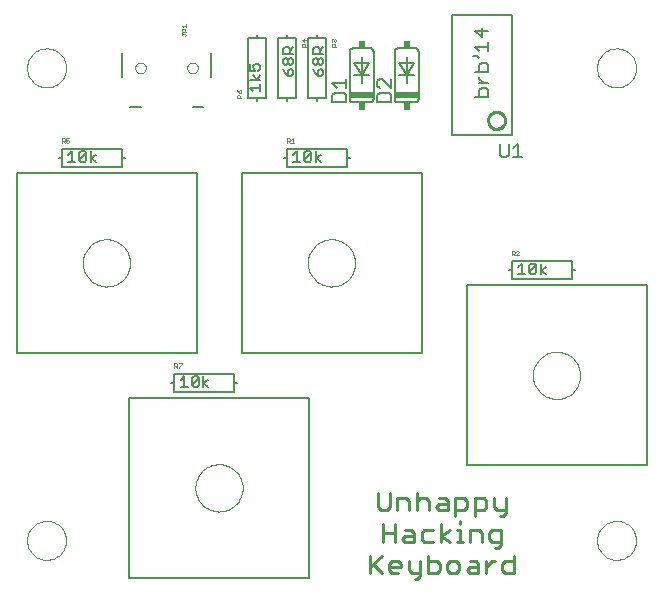
<source format=gto>
G75*
G70*
%OFA0B0*%
%FSLAX24Y24*%
%IPPOS*%
%LPD*%
%AMOC8*
5,1,8,0,0,1.08239X$1,22.5*
%
%ADD10C,0.0110*%
%ADD11C,0.0060*%
%ADD12C,0.0050*%
%ADD13C,0.0000*%
%ADD14C,0.0080*%
%ADD15C,0.0100*%
%ADD16C,0.0010*%
%ADD17R,0.0800X0.0200*%
%ADD18R,0.0200X0.0250*%
D10*
X012961Y001085D02*
X012961Y001676D01*
X013059Y001380D02*
X013354Y001085D01*
X013605Y001183D02*
X013605Y001380D01*
X013703Y001479D01*
X013900Y001479D01*
X013999Y001380D01*
X013999Y001282D01*
X013605Y001282D01*
X013605Y001183D02*
X013703Y001085D01*
X013900Y001085D01*
X014250Y001183D02*
X014250Y001479D01*
X014250Y001183D02*
X014348Y001085D01*
X014643Y001085D01*
X014643Y000987D02*
X014545Y000888D01*
X014446Y000888D01*
X014643Y000987D02*
X014643Y001479D01*
X014894Y001479D02*
X015189Y001479D01*
X015288Y001380D01*
X015288Y001183D01*
X015189Y001085D01*
X014894Y001085D01*
X014894Y001676D01*
X014778Y002135D02*
X015073Y002135D01*
X015324Y002135D02*
X015324Y002726D01*
X015073Y002529D02*
X014778Y002529D01*
X014679Y002430D01*
X014679Y002233D01*
X014778Y002135D01*
X014428Y002135D02*
X014428Y002430D01*
X014330Y002529D01*
X014133Y002529D01*
X014133Y002332D02*
X014428Y002332D01*
X014428Y002135D02*
X014133Y002135D01*
X014035Y002233D01*
X014133Y002332D01*
X013784Y002430D02*
X013390Y002430D01*
X013390Y002135D02*
X013390Y002726D01*
X013784Y002726D02*
X013784Y002135D01*
X013354Y001676D02*
X012961Y001282D01*
X013327Y003185D02*
X013524Y003185D01*
X013623Y003283D01*
X013623Y003776D01*
X013874Y003579D02*
X014169Y003579D01*
X014267Y003480D01*
X014267Y003185D01*
X014518Y003185D02*
X014518Y003776D01*
X014617Y003579D02*
X014813Y003579D01*
X014912Y003480D01*
X014912Y003185D01*
X015163Y003283D02*
X015261Y003382D01*
X015556Y003382D01*
X015556Y003480D02*
X015556Y003185D01*
X015261Y003185D01*
X015163Y003283D01*
X015261Y003579D02*
X015458Y003579D01*
X015556Y003480D01*
X015807Y003579D02*
X016103Y003579D01*
X016201Y003480D01*
X016201Y003283D01*
X016103Y003185D01*
X015807Y003185D01*
X015807Y002988D02*
X015807Y003579D01*
X016452Y003579D02*
X016452Y002988D01*
X016452Y003185D02*
X016747Y003185D01*
X016845Y003283D01*
X016845Y003480D01*
X016747Y003579D01*
X016452Y003579D01*
X017096Y003579D02*
X017096Y003283D01*
X017195Y003185D01*
X017490Y003185D01*
X017490Y003087D02*
X017392Y002988D01*
X017293Y002988D01*
X017490Y003087D02*
X017490Y003579D01*
X017329Y002529D02*
X017034Y002529D01*
X016935Y002430D01*
X016935Y002233D01*
X017034Y002135D01*
X017329Y002135D01*
X017329Y002037D02*
X017329Y002529D01*
X017329Y002037D02*
X017230Y001938D01*
X017132Y001938D01*
X017123Y001479D02*
X017025Y001479D01*
X016828Y001282D01*
X016828Y001085D02*
X016828Y001479D01*
X016577Y001380D02*
X016577Y001085D01*
X016282Y001085D01*
X016183Y001183D01*
X016282Y001282D01*
X016577Y001282D01*
X016577Y001380D02*
X016479Y001479D01*
X016282Y001479D01*
X015932Y001380D02*
X015932Y001183D01*
X015834Y001085D01*
X015637Y001085D01*
X015539Y001183D01*
X015539Y001380D01*
X015637Y001479D01*
X015834Y001479D01*
X015932Y001380D01*
X015959Y002135D02*
X015959Y002529D01*
X015861Y002529D01*
X015959Y002726D02*
X015959Y002824D01*
X016291Y002529D02*
X016586Y002529D01*
X016684Y002430D01*
X016684Y002135D01*
X016291Y002135D02*
X016291Y002529D01*
X016058Y002135D02*
X015861Y002135D01*
X015619Y002135D02*
X015324Y002332D01*
X015619Y002529D01*
X014617Y003579D02*
X014518Y003480D01*
X013874Y003579D02*
X013874Y003185D01*
X013327Y003185D02*
X013229Y003283D01*
X013229Y003776D01*
X017365Y001380D02*
X017365Y001183D01*
X017463Y001085D01*
X017759Y001085D01*
X017759Y001676D01*
X017759Y001479D02*
X017463Y001479D01*
X017365Y001380D01*
D11*
X007567Y007310D02*
X007397Y007423D01*
X007567Y007537D01*
X007397Y007650D02*
X007397Y007310D01*
X007255Y007367D02*
X007198Y007310D01*
X007085Y007310D01*
X007028Y007367D01*
X007255Y007594D01*
X007255Y007367D01*
X007255Y007594D02*
X007198Y007650D01*
X007085Y007650D01*
X007028Y007594D01*
X007028Y007367D01*
X006887Y007310D02*
X006660Y007310D01*
X006773Y007310D02*
X006773Y007650D01*
X006660Y007537D01*
X003817Y014810D02*
X003647Y014923D01*
X003817Y015037D01*
X003647Y015150D02*
X003647Y014810D01*
X003505Y014867D02*
X003448Y014810D01*
X003335Y014810D01*
X003278Y014867D01*
X003505Y015094D01*
X003505Y014867D01*
X003505Y015094D02*
X003448Y015150D01*
X003335Y015150D01*
X003278Y015094D01*
X003278Y014867D01*
X003137Y014810D02*
X002910Y014810D01*
X003023Y014810D02*
X003023Y015150D01*
X002910Y015037D01*
X008960Y017273D02*
X009073Y017160D01*
X008960Y017273D02*
X009300Y017273D01*
X009300Y017160D02*
X009300Y017387D01*
X009300Y017528D02*
X008960Y017528D01*
X009073Y017698D02*
X009187Y017528D01*
X009300Y017698D01*
X009243Y017835D02*
X009300Y017892D01*
X009300Y018005D01*
X009243Y018062D01*
X009130Y018062D01*
X009073Y018005D01*
X009073Y017949D01*
X009130Y017835D01*
X008960Y017835D01*
X008960Y018062D01*
X010060Y018080D02*
X010116Y018023D01*
X010173Y018023D01*
X010230Y018080D01*
X010230Y018194D01*
X010287Y018250D01*
X010343Y018250D01*
X010400Y018194D01*
X010400Y018080D01*
X010343Y018023D01*
X010287Y018023D01*
X010230Y018080D01*
X010230Y018194D02*
X010173Y018250D01*
X010116Y018250D01*
X010060Y018194D01*
X010060Y018080D01*
X010060Y017882D02*
X010116Y017768D01*
X010230Y017655D01*
X010230Y017825D01*
X010287Y017882D01*
X010343Y017882D01*
X010400Y017825D01*
X010400Y017712D01*
X010343Y017655D01*
X010230Y017655D01*
X010287Y018392D02*
X010287Y018562D01*
X010230Y018619D01*
X010116Y018619D01*
X010060Y018562D01*
X010060Y018392D01*
X010400Y018392D01*
X010287Y018505D02*
X010400Y018619D01*
X011060Y018562D02*
X011060Y018392D01*
X011400Y018392D01*
X011287Y018392D02*
X011287Y018562D01*
X011230Y018619D01*
X011116Y018619D01*
X011060Y018562D01*
X011287Y018505D02*
X011400Y018619D01*
X011343Y018250D02*
X011400Y018194D01*
X011400Y018080D01*
X011343Y018023D01*
X011287Y018023D01*
X011230Y018080D01*
X011230Y018194D01*
X011287Y018250D01*
X011343Y018250D01*
X011230Y018194D02*
X011173Y018250D01*
X011116Y018250D01*
X011060Y018194D01*
X011060Y018080D01*
X011116Y018023D01*
X011173Y018023D01*
X011230Y018080D01*
X011287Y017882D02*
X011230Y017825D01*
X011230Y017655D01*
X011343Y017655D01*
X011400Y017712D01*
X011400Y017825D01*
X011343Y017882D01*
X011287Y017882D01*
X011116Y017768D02*
X011230Y017655D01*
X011116Y017768D02*
X011060Y017882D01*
X012280Y018480D02*
X012280Y016880D01*
X012282Y016863D01*
X012286Y016846D01*
X012293Y016830D01*
X012303Y016816D01*
X012316Y016803D01*
X012330Y016793D01*
X012346Y016786D01*
X012363Y016782D01*
X012380Y016780D01*
X012980Y016780D01*
X012997Y016782D01*
X013014Y016786D01*
X013030Y016793D01*
X013044Y016803D01*
X013057Y016816D01*
X013067Y016830D01*
X013074Y016846D01*
X013078Y016863D01*
X013080Y016880D01*
X013080Y018480D01*
X013078Y018497D01*
X013074Y018514D01*
X013067Y018530D01*
X013057Y018544D01*
X013044Y018557D01*
X013030Y018567D01*
X013014Y018574D01*
X012997Y018578D01*
X012980Y018580D01*
X012380Y018580D01*
X012363Y018578D01*
X012346Y018574D01*
X012330Y018567D01*
X012316Y018557D01*
X012303Y018544D01*
X012293Y018530D01*
X012286Y018514D01*
X012282Y018497D01*
X012280Y018480D01*
X012430Y018080D02*
X012680Y017680D01*
X012930Y017680D01*
X012680Y017680D02*
X012680Y017430D01*
X012680Y017680D02*
X012430Y017680D01*
X012680Y017680D02*
X012680Y018280D01*
X012430Y018080D02*
X012930Y018080D01*
X012680Y017680D01*
X013780Y016880D02*
X013780Y018480D01*
X013782Y018497D01*
X013786Y018514D01*
X013793Y018530D01*
X013803Y018544D01*
X013816Y018557D01*
X013830Y018567D01*
X013846Y018574D01*
X013863Y018578D01*
X013880Y018580D01*
X014480Y018580D01*
X014497Y018578D01*
X014514Y018574D01*
X014530Y018567D01*
X014544Y018557D01*
X014557Y018544D01*
X014567Y018530D01*
X014574Y018514D01*
X014578Y018497D01*
X014580Y018480D01*
X014580Y016880D01*
X014578Y016863D01*
X014574Y016846D01*
X014567Y016830D01*
X014557Y016816D01*
X014544Y016803D01*
X014530Y016793D01*
X014514Y016786D01*
X014497Y016782D01*
X014480Y016780D01*
X013880Y016780D01*
X013863Y016782D01*
X013846Y016786D01*
X013830Y016793D01*
X013816Y016803D01*
X013803Y016816D01*
X013793Y016830D01*
X013786Y016846D01*
X013782Y016863D01*
X013780Y016880D01*
X014180Y017430D02*
X014180Y017680D01*
X014430Y017680D01*
X014180Y017680D02*
X013930Y017680D01*
X014180Y017680D02*
X013930Y018080D01*
X014430Y018080D01*
X014180Y017680D01*
X014180Y018280D01*
X016386Y018338D02*
X016533Y018338D01*
X016606Y018264D01*
X016680Y018098D02*
X016606Y018024D01*
X016606Y017804D01*
X016460Y017804D02*
X016900Y017804D01*
X016900Y018024D01*
X016827Y018098D01*
X016680Y018098D01*
X016606Y018495D02*
X016460Y018641D01*
X016900Y018641D01*
X016900Y018495D02*
X016900Y018788D01*
X016680Y018955D02*
X016680Y019249D01*
X016900Y019175D02*
X016460Y019175D01*
X016680Y018955D01*
X016606Y017641D02*
X016606Y017567D01*
X016753Y017420D01*
X016900Y017420D02*
X016606Y017420D01*
X016680Y017254D02*
X016606Y017180D01*
X016606Y016960D01*
X016460Y016960D02*
X016900Y016960D01*
X016900Y017180D01*
X016827Y017254D01*
X016680Y017254D01*
X011317Y015037D02*
X011147Y014923D01*
X011317Y014810D01*
X011147Y014810D02*
X011147Y015150D01*
X011005Y015094D02*
X010778Y014867D01*
X010835Y014810D01*
X010948Y014810D01*
X011005Y014867D01*
X011005Y015094D01*
X010948Y015150D01*
X010835Y015150D01*
X010778Y015094D01*
X010778Y014867D01*
X010637Y014810D02*
X010410Y014810D01*
X010523Y014810D02*
X010523Y015150D01*
X010410Y015037D01*
X017910Y011287D02*
X018023Y011400D01*
X018023Y011060D01*
X017910Y011060D02*
X018137Y011060D01*
X018278Y011117D02*
X018505Y011344D01*
X018505Y011117D01*
X018448Y011060D01*
X018335Y011060D01*
X018278Y011117D01*
X018278Y011344D01*
X018335Y011400D01*
X018448Y011400D01*
X018505Y011344D01*
X018647Y011400D02*
X018647Y011060D01*
X018647Y011173D02*
X018817Y011287D01*
X018647Y011173D02*
X018817Y011060D01*
D12*
X016180Y010680D02*
X016180Y004680D01*
X022180Y004680D01*
X022180Y010680D01*
X016180Y010680D01*
X014680Y008430D02*
X008680Y008430D01*
X008680Y014430D01*
X014680Y014430D01*
X014680Y008430D01*
X010930Y006930D02*
X010930Y000930D01*
X004930Y000930D01*
X004930Y006930D01*
X010930Y006930D01*
X007180Y008430D02*
X001180Y008430D01*
X001180Y014430D01*
X007180Y014430D01*
X007180Y008430D01*
X011705Y016805D02*
X011705Y017030D01*
X011780Y017105D01*
X012080Y017105D01*
X012155Y017030D01*
X012155Y016805D01*
X011705Y016805D01*
X011855Y017265D02*
X011705Y017416D01*
X012155Y017416D01*
X012155Y017566D02*
X012155Y017265D01*
X013205Y017340D02*
X013280Y017265D01*
X013205Y017340D02*
X013205Y017491D01*
X013280Y017566D01*
X013355Y017566D01*
X013655Y017265D01*
X013655Y017566D01*
X013580Y017105D02*
X013280Y017105D01*
X013205Y017030D01*
X013205Y016805D01*
X013655Y016805D01*
X013655Y017030D01*
X013580Y017105D01*
X017284Y015405D02*
X017284Y015030D01*
X017359Y014955D01*
X017509Y014955D01*
X017584Y015030D01*
X017584Y015405D01*
X017745Y015255D02*
X017895Y015405D01*
X017895Y014955D01*
X017745Y014955D02*
X018045Y014955D01*
D13*
X001530Y002180D02*
X001532Y002230D01*
X001538Y002280D01*
X001548Y002330D01*
X001561Y002378D01*
X001578Y002426D01*
X001599Y002472D01*
X001623Y002516D01*
X001651Y002558D01*
X001682Y002598D01*
X001716Y002635D01*
X001753Y002670D01*
X001792Y002701D01*
X001833Y002730D01*
X001877Y002755D01*
X001923Y002777D01*
X001970Y002795D01*
X002018Y002809D01*
X002067Y002820D01*
X002117Y002827D01*
X002167Y002830D01*
X002218Y002829D01*
X002268Y002824D01*
X002318Y002815D01*
X002366Y002803D01*
X002414Y002786D01*
X002460Y002766D01*
X002505Y002743D01*
X002548Y002716D01*
X002588Y002686D01*
X002626Y002653D01*
X002661Y002617D01*
X002694Y002578D01*
X002723Y002537D01*
X002749Y002494D01*
X002772Y002449D01*
X002791Y002402D01*
X002806Y002354D01*
X002818Y002305D01*
X002826Y002255D01*
X002830Y002205D01*
X002830Y002155D01*
X002826Y002105D01*
X002818Y002055D01*
X002806Y002006D01*
X002791Y001958D01*
X002772Y001911D01*
X002749Y001866D01*
X002723Y001823D01*
X002694Y001782D01*
X002661Y001743D01*
X002626Y001707D01*
X002588Y001674D01*
X002548Y001644D01*
X002505Y001617D01*
X002460Y001594D01*
X002414Y001574D01*
X002366Y001557D01*
X002318Y001545D01*
X002268Y001536D01*
X002218Y001531D01*
X002167Y001530D01*
X002117Y001533D01*
X002067Y001540D01*
X002018Y001551D01*
X001970Y001565D01*
X001923Y001583D01*
X001877Y001605D01*
X001833Y001630D01*
X001792Y001659D01*
X001753Y001690D01*
X001716Y001725D01*
X001682Y001762D01*
X001651Y001802D01*
X001623Y001844D01*
X001599Y001888D01*
X001578Y001934D01*
X001561Y001982D01*
X001548Y002030D01*
X001538Y002080D01*
X001532Y002130D01*
X001530Y002180D01*
X007143Y003930D02*
X007145Y003986D01*
X007151Y004041D01*
X007161Y004095D01*
X007174Y004149D01*
X007192Y004202D01*
X007213Y004253D01*
X007237Y004303D01*
X007265Y004351D01*
X007297Y004397D01*
X007331Y004441D01*
X007369Y004482D01*
X007409Y004520D01*
X007452Y004555D01*
X007497Y004587D01*
X007545Y004616D01*
X007594Y004642D01*
X007645Y004664D01*
X007697Y004682D01*
X007751Y004696D01*
X007806Y004707D01*
X007861Y004714D01*
X007916Y004717D01*
X007972Y004716D01*
X008027Y004711D01*
X008082Y004702D01*
X008136Y004690D01*
X008189Y004673D01*
X008241Y004653D01*
X008291Y004629D01*
X008339Y004602D01*
X008386Y004572D01*
X008430Y004538D01*
X008472Y004501D01*
X008510Y004461D01*
X008547Y004419D01*
X008580Y004374D01*
X008609Y004328D01*
X008636Y004279D01*
X008658Y004228D01*
X008678Y004176D01*
X008693Y004122D01*
X008705Y004068D01*
X008713Y004013D01*
X008717Y003958D01*
X008717Y003902D01*
X008713Y003847D01*
X008705Y003792D01*
X008693Y003738D01*
X008678Y003684D01*
X008658Y003632D01*
X008636Y003581D01*
X008609Y003532D01*
X008580Y003486D01*
X008547Y003441D01*
X008510Y003399D01*
X008472Y003359D01*
X008430Y003322D01*
X008386Y003288D01*
X008339Y003258D01*
X008291Y003231D01*
X008241Y003207D01*
X008189Y003187D01*
X008136Y003170D01*
X008082Y003158D01*
X008027Y003149D01*
X007972Y003144D01*
X007916Y003143D01*
X007861Y003146D01*
X007806Y003153D01*
X007751Y003164D01*
X007697Y003178D01*
X007645Y003196D01*
X007594Y003218D01*
X007545Y003244D01*
X007497Y003273D01*
X007452Y003305D01*
X007409Y003340D01*
X007369Y003378D01*
X007331Y003419D01*
X007297Y003463D01*
X007265Y003509D01*
X007237Y003557D01*
X007213Y003607D01*
X007192Y003658D01*
X007174Y003711D01*
X007161Y003765D01*
X007151Y003819D01*
X007145Y003874D01*
X007143Y003930D01*
X003393Y011430D02*
X003395Y011486D01*
X003401Y011541D01*
X003411Y011595D01*
X003424Y011649D01*
X003442Y011702D01*
X003463Y011753D01*
X003487Y011803D01*
X003515Y011851D01*
X003547Y011897D01*
X003581Y011941D01*
X003619Y011982D01*
X003659Y012020D01*
X003702Y012055D01*
X003747Y012087D01*
X003795Y012116D01*
X003844Y012142D01*
X003895Y012164D01*
X003947Y012182D01*
X004001Y012196D01*
X004056Y012207D01*
X004111Y012214D01*
X004166Y012217D01*
X004222Y012216D01*
X004277Y012211D01*
X004332Y012202D01*
X004386Y012190D01*
X004439Y012173D01*
X004491Y012153D01*
X004541Y012129D01*
X004589Y012102D01*
X004636Y012072D01*
X004680Y012038D01*
X004722Y012001D01*
X004760Y011961D01*
X004797Y011919D01*
X004830Y011874D01*
X004859Y011828D01*
X004886Y011779D01*
X004908Y011728D01*
X004928Y011676D01*
X004943Y011622D01*
X004955Y011568D01*
X004963Y011513D01*
X004967Y011458D01*
X004967Y011402D01*
X004963Y011347D01*
X004955Y011292D01*
X004943Y011238D01*
X004928Y011184D01*
X004908Y011132D01*
X004886Y011081D01*
X004859Y011032D01*
X004830Y010986D01*
X004797Y010941D01*
X004760Y010899D01*
X004722Y010859D01*
X004680Y010822D01*
X004636Y010788D01*
X004589Y010758D01*
X004541Y010731D01*
X004491Y010707D01*
X004439Y010687D01*
X004386Y010670D01*
X004332Y010658D01*
X004277Y010649D01*
X004222Y010644D01*
X004166Y010643D01*
X004111Y010646D01*
X004056Y010653D01*
X004001Y010664D01*
X003947Y010678D01*
X003895Y010696D01*
X003844Y010718D01*
X003795Y010744D01*
X003747Y010773D01*
X003702Y010805D01*
X003659Y010840D01*
X003619Y010878D01*
X003581Y010919D01*
X003547Y010963D01*
X003515Y011009D01*
X003487Y011057D01*
X003463Y011107D01*
X003442Y011158D01*
X003424Y011211D01*
X003411Y011265D01*
X003401Y011319D01*
X003395Y011374D01*
X003393Y011430D01*
X001530Y017930D02*
X001532Y017980D01*
X001538Y018030D01*
X001548Y018080D01*
X001561Y018128D01*
X001578Y018176D01*
X001599Y018222D01*
X001623Y018266D01*
X001651Y018308D01*
X001682Y018348D01*
X001716Y018385D01*
X001753Y018420D01*
X001792Y018451D01*
X001833Y018480D01*
X001877Y018505D01*
X001923Y018527D01*
X001970Y018545D01*
X002018Y018559D01*
X002067Y018570D01*
X002117Y018577D01*
X002167Y018580D01*
X002218Y018579D01*
X002268Y018574D01*
X002318Y018565D01*
X002366Y018553D01*
X002414Y018536D01*
X002460Y018516D01*
X002505Y018493D01*
X002548Y018466D01*
X002588Y018436D01*
X002626Y018403D01*
X002661Y018367D01*
X002694Y018328D01*
X002723Y018287D01*
X002749Y018244D01*
X002772Y018199D01*
X002791Y018152D01*
X002806Y018104D01*
X002818Y018055D01*
X002826Y018005D01*
X002830Y017955D01*
X002830Y017905D01*
X002826Y017855D01*
X002818Y017805D01*
X002806Y017756D01*
X002791Y017708D01*
X002772Y017661D01*
X002749Y017616D01*
X002723Y017573D01*
X002694Y017532D01*
X002661Y017493D01*
X002626Y017457D01*
X002588Y017424D01*
X002548Y017394D01*
X002505Y017367D01*
X002460Y017344D01*
X002414Y017324D01*
X002366Y017307D01*
X002318Y017295D01*
X002268Y017286D01*
X002218Y017281D01*
X002167Y017280D01*
X002117Y017283D01*
X002067Y017290D01*
X002018Y017301D01*
X001970Y017315D01*
X001923Y017333D01*
X001877Y017355D01*
X001833Y017380D01*
X001792Y017409D01*
X001753Y017440D01*
X001716Y017475D01*
X001682Y017512D01*
X001651Y017552D01*
X001623Y017594D01*
X001599Y017638D01*
X001578Y017684D01*
X001561Y017732D01*
X001548Y017780D01*
X001538Y017830D01*
X001532Y017880D01*
X001530Y017930D01*
X005137Y017930D02*
X005139Y017956D01*
X005145Y017982D01*
X005155Y018007D01*
X005168Y018030D01*
X005184Y018050D01*
X005204Y018068D01*
X005226Y018083D01*
X005249Y018095D01*
X005275Y018103D01*
X005301Y018107D01*
X005327Y018107D01*
X005353Y018103D01*
X005379Y018095D01*
X005403Y018083D01*
X005424Y018068D01*
X005444Y018050D01*
X005460Y018030D01*
X005473Y018007D01*
X005483Y017982D01*
X005489Y017956D01*
X005491Y017930D01*
X005489Y017904D01*
X005483Y017878D01*
X005473Y017853D01*
X005460Y017830D01*
X005444Y017810D01*
X005424Y017792D01*
X005402Y017777D01*
X005379Y017765D01*
X005353Y017757D01*
X005327Y017753D01*
X005301Y017753D01*
X005275Y017757D01*
X005249Y017765D01*
X005225Y017777D01*
X005204Y017792D01*
X005184Y017810D01*
X005168Y017830D01*
X005155Y017853D01*
X005145Y017878D01*
X005139Y017904D01*
X005137Y017930D01*
X006869Y017930D02*
X006871Y017956D01*
X006877Y017982D01*
X006887Y018007D01*
X006900Y018030D01*
X006916Y018050D01*
X006936Y018068D01*
X006958Y018083D01*
X006981Y018095D01*
X007007Y018103D01*
X007033Y018107D01*
X007059Y018107D01*
X007085Y018103D01*
X007111Y018095D01*
X007135Y018083D01*
X007156Y018068D01*
X007176Y018050D01*
X007192Y018030D01*
X007205Y018007D01*
X007215Y017982D01*
X007221Y017956D01*
X007223Y017930D01*
X007221Y017904D01*
X007215Y017878D01*
X007205Y017853D01*
X007192Y017830D01*
X007176Y017810D01*
X007156Y017792D01*
X007134Y017777D01*
X007111Y017765D01*
X007085Y017757D01*
X007059Y017753D01*
X007033Y017753D01*
X007007Y017757D01*
X006981Y017765D01*
X006957Y017777D01*
X006936Y017792D01*
X006916Y017810D01*
X006900Y017830D01*
X006887Y017853D01*
X006877Y017878D01*
X006871Y017904D01*
X006869Y017930D01*
X010893Y011430D02*
X010895Y011486D01*
X010901Y011541D01*
X010911Y011595D01*
X010924Y011649D01*
X010942Y011702D01*
X010963Y011753D01*
X010987Y011803D01*
X011015Y011851D01*
X011047Y011897D01*
X011081Y011941D01*
X011119Y011982D01*
X011159Y012020D01*
X011202Y012055D01*
X011247Y012087D01*
X011295Y012116D01*
X011344Y012142D01*
X011395Y012164D01*
X011447Y012182D01*
X011501Y012196D01*
X011556Y012207D01*
X011611Y012214D01*
X011666Y012217D01*
X011722Y012216D01*
X011777Y012211D01*
X011832Y012202D01*
X011886Y012190D01*
X011939Y012173D01*
X011991Y012153D01*
X012041Y012129D01*
X012089Y012102D01*
X012136Y012072D01*
X012180Y012038D01*
X012222Y012001D01*
X012260Y011961D01*
X012297Y011919D01*
X012330Y011874D01*
X012359Y011828D01*
X012386Y011779D01*
X012408Y011728D01*
X012428Y011676D01*
X012443Y011622D01*
X012455Y011568D01*
X012463Y011513D01*
X012467Y011458D01*
X012467Y011402D01*
X012463Y011347D01*
X012455Y011292D01*
X012443Y011238D01*
X012428Y011184D01*
X012408Y011132D01*
X012386Y011081D01*
X012359Y011032D01*
X012330Y010986D01*
X012297Y010941D01*
X012260Y010899D01*
X012222Y010859D01*
X012180Y010822D01*
X012136Y010788D01*
X012089Y010758D01*
X012041Y010731D01*
X011991Y010707D01*
X011939Y010687D01*
X011886Y010670D01*
X011832Y010658D01*
X011777Y010649D01*
X011722Y010644D01*
X011666Y010643D01*
X011611Y010646D01*
X011556Y010653D01*
X011501Y010664D01*
X011447Y010678D01*
X011395Y010696D01*
X011344Y010718D01*
X011295Y010744D01*
X011247Y010773D01*
X011202Y010805D01*
X011159Y010840D01*
X011119Y010878D01*
X011081Y010919D01*
X011047Y010963D01*
X011015Y011009D01*
X010987Y011057D01*
X010963Y011107D01*
X010942Y011158D01*
X010924Y011211D01*
X010911Y011265D01*
X010901Y011319D01*
X010895Y011374D01*
X010893Y011430D01*
X018393Y007680D02*
X018395Y007736D01*
X018401Y007791D01*
X018411Y007845D01*
X018424Y007899D01*
X018442Y007952D01*
X018463Y008003D01*
X018487Y008053D01*
X018515Y008101D01*
X018547Y008147D01*
X018581Y008191D01*
X018619Y008232D01*
X018659Y008270D01*
X018702Y008305D01*
X018747Y008337D01*
X018795Y008366D01*
X018844Y008392D01*
X018895Y008414D01*
X018947Y008432D01*
X019001Y008446D01*
X019056Y008457D01*
X019111Y008464D01*
X019166Y008467D01*
X019222Y008466D01*
X019277Y008461D01*
X019332Y008452D01*
X019386Y008440D01*
X019439Y008423D01*
X019491Y008403D01*
X019541Y008379D01*
X019589Y008352D01*
X019636Y008322D01*
X019680Y008288D01*
X019722Y008251D01*
X019760Y008211D01*
X019797Y008169D01*
X019830Y008124D01*
X019859Y008078D01*
X019886Y008029D01*
X019908Y007978D01*
X019928Y007926D01*
X019943Y007872D01*
X019955Y007818D01*
X019963Y007763D01*
X019967Y007708D01*
X019967Y007652D01*
X019963Y007597D01*
X019955Y007542D01*
X019943Y007488D01*
X019928Y007434D01*
X019908Y007382D01*
X019886Y007331D01*
X019859Y007282D01*
X019830Y007236D01*
X019797Y007191D01*
X019760Y007149D01*
X019722Y007109D01*
X019680Y007072D01*
X019636Y007038D01*
X019589Y007008D01*
X019541Y006981D01*
X019491Y006957D01*
X019439Y006937D01*
X019386Y006920D01*
X019332Y006908D01*
X019277Y006899D01*
X019222Y006894D01*
X019166Y006893D01*
X019111Y006896D01*
X019056Y006903D01*
X019001Y006914D01*
X018947Y006928D01*
X018895Y006946D01*
X018844Y006968D01*
X018795Y006994D01*
X018747Y007023D01*
X018702Y007055D01*
X018659Y007090D01*
X018619Y007128D01*
X018581Y007169D01*
X018547Y007213D01*
X018515Y007259D01*
X018487Y007307D01*
X018463Y007357D01*
X018442Y007408D01*
X018424Y007461D01*
X018411Y007515D01*
X018401Y007569D01*
X018395Y007624D01*
X018393Y007680D01*
X020530Y002180D02*
X020532Y002230D01*
X020538Y002280D01*
X020548Y002330D01*
X020561Y002378D01*
X020578Y002426D01*
X020599Y002472D01*
X020623Y002516D01*
X020651Y002558D01*
X020682Y002598D01*
X020716Y002635D01*
X020753Y002670D01*
X020792Y002701D01*
X020833Y002730D01*
X020877Y002755D01*
X020923Y002777D01*
X020970Y002795D01*
X021018Y002809D01*
X021067Y002820D01*
X021117Y002827D01*
X021167Y002830D01*
X021218Y002829D01*
X021268Y002824D01*
X021318Y002815D01*
X021366Y002803D01*
X021414Y002786D01*
X021460Y002766D01*
X021505Y002743D01*
X021548Y002716D01*
X021588Y002686D01*
X021626Y002653D01*
X021661Y002617D01*
X021694Y002578D01*
X021723Y002537D01*
X021749Y002494D01*
X021772Y002449D01*
X021791Y002402D01*
X021806Y002354D01*
X021818Y002305D01*
X021826Y002255D01*
X021830Y002205D01*
X021830Y002155D01*
X021826Y002105D01*
X021818Y002055D01*
X021806Y002006D01*
X021791Y001958D01*
X021772Y001911D01*
X021749Y001866D01*
X021723Y001823D01*
X021694Y001782D01*
X021661Y001743D01*
X021626Y001707D01*
X021588Y001674D01*
X021548Y001644D01*
X021505Y001617D01*
X021460Y001594D01*
X021414Y001574D01*
X021366Y001557D01*
X021318Y001545D01*
X021268Y001536D01*
X021218Y001531D01*
X021167Y001530D01*
X021117Y001533D01*
X021067Y001540D01*
X021018Y001551D01*
X020970Y001565D01*
X020923Y001583D01*
X020877Y001605D01*
X020833Y001630D01*
X020792Y001659D01*
X020753Y001690D01*
X020716Y001725D01*
X020682Y001762D01*
X020651Y001802D01*
X020623Y001844D01*
X020599Y001888D01*
X020578Y001934D01*
X020561Y001982D01*
X020548Y002030D01*
X020538Y002080D01*
X020532Y002130D01*
X020530Y002180D01*
X020530Y017930D02*
X020532Y017980D01*
X020538Y018030D01*
X020548Y018080D01*
X020561Y018128D01*
X020578Y018176D01*
X020599Y018222D01*
X020623Y018266D01*
X020651Y018308D01*
X020682Y018348D01*
X020716Y018385D01*
X020753Y018420D01*
X020792Y018451D01*
X020833Y018480D01*
X020877Y018505D01*
X020923Y018527D01*
X020970Y018545D01*
X021018Y018559D01*
X021067Y018570D01*
X021117Y018577D01*
X021167Y018580D01*
X021218Y018579D01*
X021268Y018574D01*
X021318Y018565D01*
X021366Y018553D01*
X021414Y018536D01*
X021460Y018516D01*
X021505Y018493D01*
X021548Y018466D01*
X021588Y018436D01*
X021626Y018403D01*
X021661Y018367D01*
X021694Y018328D01*
X021723Y018287D01*
X021749Y018244D01*
X021772Y018199D01*
X021791Y018152D01*
X021806Y018104D01*
X021818Y018055D01*
X021826Y018005D01*
X021830Y017955D01*
X021830Y017905D01*
X021826Y017855D01*
X021818Y017805D01*
X021806Y017756D01*
X021791Y017708D01*
X021772Y017661D01*
X021749Y017616D01*
X021723Y017573D01*
X021694Y017532D01*
X021661Y017493D01*
X021626Y017457D01*
X021588Y017424D01*
X021548Y017394D01*
X021505Y017367D01*
X021460Y017344D01*
X021414Y017324D01*
X021366Y017307D01*
X021318Y017295D01*
X021268Y017286D01*
X021218Y017281D01*
X021167Y017280D01*
X021117Y017283D01*
X021067Y017290D01*
X021018Y017301D01*
X020970Y017315D01*
X020923Y017333D01*
X020877Y017355D01*
X020833Y017380D01*
X020792Y017409D01*
X020753Y017440D01*
X020716Y017475D01*
X020682Y017512D01*
X020651Y017552D01*
X020623Y017594D01*
X020599Y017638D01*
X020578Y017684D01*
X020561Y017732D01*
X020548Y017780D01*
X020538Y017830D01*
X020532Y017880D01*
X020530Y017930D01*
D14*
X017680Y019680D02*
X017680Y015680D01*
X017280Y015680D01*
X017080Y015680D01*
X017280Y015680D02*
X015680Y015680D01*
X015680Y019680D01*
X017680Y019680D01*
X012180Y015230D02*
X012180Y014930D01*
X012280Y014930D01*
X012180Y014930D02*
X012180Y014630D01*
X010180Y014630D01*
X010180Y014930D01*
X010080Y014930D01*
X010180Y014930D02*
X010180Y015230D01*
X012180Y015230D01*
X011480Y016930D02*
X011180Y016930D01*
X011180Y016830D01*
X011180Y016930D02*
X010880Y016930D01*
X010880Y018930D01*
X011180Y018930D01*
X011180Y019030D01*
X011180Y018930D02*
X011480Y018930D01*
X011480Y016930D01*
X010480Y016930D02*
X010180Y016930D01*
X010180Y016830D01*
X010180Y016930D02*
X009880Y016930D01*
X009880Y018930D01*
X010180Y018930D01*
X010180Y019030D01*
X010180Y018930D02*
X010480Y018930D01*
X010480Y016930D01*
X009480Y016930D02*
X009180Y016930D01*
X009180Y016830D01*
X009180Y016930D02*
X008880Y016930D01*
X008880Y018930D01*
X009180Y018930D01*
X009180Y019030D01*
X009180Y018930D02*
X009480Y018930D01*
X009480Y016930D01*
X007676Y017615D02*
X007676Y018442D01*
X007400Y016631D02*
X007046Y016631D01*
X005314Y016631D02*
X004960Y016631D01*
X004684Y017615D02*
X004684Y018442D01*
X004680Y015230D02*
X002680Y015230D01*
X002680Y014930D01*
X002580Y014930D01*
X002680Y014930D02*
X002680Y014630D01*
X004680Y014630D01*
X004680Y014930D01*
X004780Y014930D01*
X004680Y014930D02*
X004680Y015230D01*
X006430Y007730D02*
X006430Y007430D01*
X006330Y007430D01*
X006430Y007430D02*
X006430Y007130D01*
X008430Y007130D01*
X008430Y007430D01*
X008530Y007430D01*
X008430Y007430D02*
X008430Y007730D01*
X006430Y007730D01*
X017580Y011180D02*
X017680Y011180D01*
X017680Y011480D01*
X019680Y011480D01*
X019680Y011180D01*
X019780Y011180D01*
X019680Y011180D02*
X019680Y010880D01*
X017680Y010880D01*
X017680Y011180D01*
D15*
X016897Y016180D02*
X016899Y016213D01*
X016905Y016246D01*
X016915Y016279D01*
X016928Y016309D01*
X016945Y016338D01*
X016966Y016365D01*
X016989Y016389D01*
X017015Y016410D01*
X017043Y016428D01*
X017074Y016442D01*
X017105Y016453D01*
X017138Y016460D01*
X017172Y016463D01*
X017205Y016462D01*
X017238Y016457D01*
X017271Y016448D01*
X017302Y016435D01*
X017331Y016419D01*
X017358Y016400D01*
X017383Y016377D01*
X017405Y016352D01*
X017424Y016324D01*
X017439Y016294D01*
X017451Y016263D01*
X017459Y016230D01*
X017463Y016197D01*
X017463Y016163D01*
X017459Y016130D01*
X017451Y016097D01*
X017439Y016066D01*
X017424Y016036D01*
X017405Y016008D01*
X017383Y015983D01*
X017358Y015960D01*
X017331Y015941D01*
X017302Y015925D01*
X017271Y015912D01*
X017238Y015903D01*
X017205Y015898D01*
X017172Y015897D01*
X017138Y015900D01*
X017105Y015907D01*
X017074Y015918D01*
X017043Y015932D01*
X017015Y015950D01*
X016989Y015971D01*
X016966Y015995D01*
X016945Y016022D01*
X016928Y016051D01*
X016915Y016081D01*
X016905Y016114D01*
X016899Y016147D01*
X016897Y016180D01*
D16*
X017685Y011835D02*
X017760Y011835D01*
X017785Y011810D01*
X017785Y011760D01*
X017760Y011735D01*
X017685Y011735D01*
X017685Y011685D02*
X017685Y011835D01*
X017735Y011735D02*
X017785Y011685D01*
X017832Y011685D02*
X017932Y011785D01*
X017932Y011810D01*
X017907Y011835D01*
X017857Y011835D01*
X017832Y011810D01*
X017832Y011685D02*
X017932Y011685D01*
X010432Y015435D02*
X010332Y015435D01*
X010285Y015435D02*
X010235Y015485D01*
X010260Y015485D02*
X010185Y015485D01*
X010185Y015435D02*
X010185Y015585D01*
X010260Y015585D01*
X010285Y015560D01*
X010285Y015510D01*
X010260Y015485D01*
X010332Y015535D02*
X010382Y015585D01*
X010382Y015435D01*
X008675Y016935D02*
X008525Y016935D01*
X008525Y017010D01*
X008550Y017035D01*
X008600Y017035D01*
X008625Y017010D01*
X008625Y016935D01*
X008625Y016985D02*
X008675Y017035D01*
X008650Y017082D02*
X008675Y017107D01*
X008675Y017157D01*
X008650Y017182D01*
X008625Y017182D01*
X008600Y017157D01*
X008600Y017082D01*
X008650Y017082D01*
X008600Y017082D02*
X008550Y017132D01*
X008525Y017182D01*
X006810Y018993D02*
X006835Y019018D01*
X006835Y019043D01*
X006810Y019068D01*
X006685Y019068D01*
X006685Y019043D02*
X006685Y019093D01*
X006685Y019140D02*
X006685Y019215D01*
X006710Y019240D01*
X006760Y019240D01*
X006785Y019215D01*
X006785Y019140D01*
X006835Y019140D02*
X006685Y019140D01*
X006735Y019288D02*
X006685Y019338D01*
X006835Y019338D01*
X006835Y019288D02*
X006835Y019388D01*
X010685Y018863D02*
X010760Y018788D01*
X010760Y018888D01*
X010835Y018863D02*
X010685Y018863D01*
X010710Y018740D02*
X010760Y018740D01*
X010785Y018715D01*
X010785Y018640D01*
X010835Y018640D02*
X010685Y018640D01*
X010685Y018715D01*
X010710Y018740D01*
X010785Y018690D02*
X010835Y018740D01*
X011685Y018715D02*
X011710Y018740D01*
X011760Y018740D01*
X011785Y018715D01*
X011785Y018640D01*
X011835Y018640D02*
X011685Y018640D01*
X011685Y018715D01*
X011710Y018788D02*
X011685Y018813D01*
X011685Y018863D01*
X011710Y018888D01*
X011735Y018888D01*
X011760Y018863D01*
X011785Y018888D01*
X011810Y018888D01*
X011835Y018863D01*
X011835Y018813D01*
X011810Y018788D01*
X011835Y018740D02*
X011785Y018690D01*
X011760Y018838D02*
X011760Y018863D01*
X002932Y015585D02*
X002832Y015585D01*
X002832Y015510D01*
X002882Y015535D01*
X002907Y015535D01*
X002932Y015510D01*
X002932Y015460D01*
X002907Y015435D01*
X002857Y015435D01*
X002832Y015460D01*
X002785Y015435D02*
X002735Y015485D01*
X002760Y015485D02*
X002685Y015485D01*
X002685Y015435D02*
X002685Y015585D01*
X002760Y015585D01*
X002785Y015560D01*
X002785Y015510D01*
X002760Y015485D01*
X006435Y008085D02*
X006510Y008085D01*
X006535Y008060D01*
X006535Y008010D01*
X006510Y007985D01*
X006435Y007985D01*
X006435Y007935D02*
X006435Y008085D01*
X006485Y007985D02*
X006535Y007935D01*
X006582Y007935D02*
X006582Y007960D01*
X006682Y008060D01*
X006682Y008085D01*
X006582Y008085D01*
D17*
X012680Y017030D03*
X014180Y017030D03*
D18*
X014180Y016655D03*
X012680Y016655D03*
X012680Y018705D03*
X014180Y018705D03*
M02*

</source>
